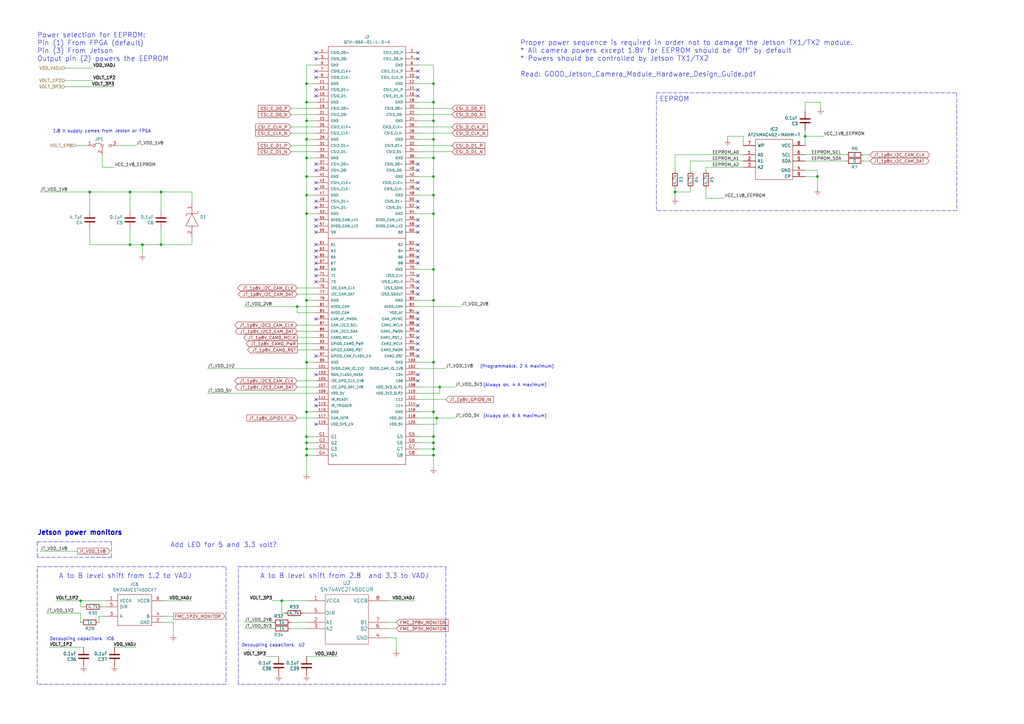
<source format=kicad_sch>
(kicad_sch (version 20211123) (generator eeschema)
  (paper "A3")
  (lib_symbols
    (symbol "FMC_MIPI_v2:AT24MAC402-MAHM-T" (pin_names (offset 0.762))
      (property "Reference" "IC" (at 21.59 7.62 0))
      (property "Value" "AT24MAC402-MAHM-T" (at 21.59 5.08 0))
      (symbol "AT24MAC402-MAHM-T_0_0"
        (pin passive line (at 0 -5.08 0) (length 5.08) (name "A0") (number "1"))
        (pin passive line (at 0 -7.62 0) (length 5.08) (name "A1") (number "2"))
        (pin passive line (at 0 -10.16 0) (length 5.08) (name "A2") (number "3"))
        (pin passive line (at 25.4 -11.43 180) (length 5.08) (name "GND") (number "4"))
        (pin passive line (at 25.4 -7.62 180) (length 5.08) (name "SDA") (number "5"))
        (pin passive line (at 25.4 -5.08 180) (length 5.08) (name "SCL") (number "6"))
        (pin passive line (at 0 -1.27 0) (length 5.08) (name "WP") (number "7"))
        (pin passive line (at 25.4 -1.27 180) (length 5.08) (name "VCC") (number "8"))
        (pin passive line (at 25.4 -13.97 180) (length 5.08) (name "EP") (number "9"))
      )
      (symbol "AT24MAC402-MAHM-T_0_1"
        (polyline (pts (xy 5.08 1.27) (xy 12.7 1.27) (xy 20.32 1.27) (xy 20.32 -15.24) (xy 5.08 -15.24) (xy 5.08 1.27)) (stroke (width 0.1524)))
      )
    )
    (symbol "FMC_MIPI_v2:C" (pin_numbers hide) (pin_names (offset 0.254))
      (property "Reference" "C" (at 0.635 2.54 0))
      (property "Value" "C" (at 0.635 -2.54 0))
      (symbol "C_0_1"
        (polyline (pts (xy -2.032 -0.762) (xy 2.032 -0.762)) (stroke (width 0.508)))
        (polyline (pts (xy -2.032 0.762) (xy 2.032 0.762)) (stroke (width 0.508)))
      )
      (symbol "C_1_1"
        (pin passive line (at 0 3.81 270) (length 2.794) (name "~") (number "1"))
        (pin passive line (at 0 -3.81 90) (length 2.794) (name "~") (number "2"))
      )
    )
    (symbol "FMC_MIPI_v2:Earth" (power) (pin_names (offset 0))
      (symbol "Earth_0_1"
        (polyline (pts (xy -0.635 -1.905) (xy 0.635 -1.905)))
        (polyline (pts (xy -0.127 -2.54) (xy 0.127 -2.54)))
        (polyline (pts (xy 0 -1.27) (xy 0 0)))
        (polyline (pts (xy 1.27 -1.27) (xy -1.27 -1.27)))
      )
      (symbol "Earth_1_1"
        (pin passive line (at 0 0 270) (length 0) hide (name "Earth") (number "1"))
      )
    )
    (symbol "FMC_MIPI_v2:Jumper_3_Bridged12-Jumper" (pin_names (offset 0) hide)
      (property "Reference" "JP1" (at -1.27 2.54 0))
      (symbol "Jumper_3_Bridged12-Jumper_0_0"
        (circle (center -3.302 0) (radius 0.508))
        (circle (center 0 0) (radius 0.508))
        (circle (center 3.302 0) (radius 0.508))
      )
      (symbol "Jumper_3_Bridged12-Jumper_0_1"
        (arc (start -0.254 0.508) (mid -1.651 0.9912) (end -3.048 0.508))
        (polyline (pts (xy 0 -1.27) (xy 0 -0.508)))
      )
      (symbol "Jumper_3_Bridged12-Jumper_1_1"
        (pin passive line (at -6.35 0 0) (length 2.54) (name "A") (number "1"))
        (pin passive line (at 0 -3.81 90) (length 2.54) (name "C") (number "2"))
        (pin passive line (at 6.35 0 180) (length 2.54) (name "B") (number "3"))
      )
    )
    (symbol "FMC_MIPI_v2:QTH-060-01-L-D-A" (pin_names (offset 1.016))
      (property "Reference" "J2" (at 6.985 82.6516 0))
      (property "Value" "QTH-060-01-L-D-A" (at 6.985 80.518 0))
      (symbol "QTH-060-01-L-D-A_1_0"
        (polyline (pts (xy -8.89 -92.71) (xy -8.89 0)))
        (polyline (pts (xy -8.89 0) (xy -8.89 78.74)))
        (polyline (pts (xy -8.89 0) (xy 22.86 0)))
        (polyline (pts (xy -8.89 78.74) (xy 22.86 78.74)))
        (polyline (pts (xy 22.86 0) (xy 22.86 -92.71)))
        (polyline (pts (xy 22.86 78.74) (xy 22.86 0)))
        (polyline (pts (xy 22.86 -92.71) (xy 5.08 -92.71) (xy -8.89 -92.71)))
      )
      (symbol "QTH-060-01-L-D-A_1_1"
        (pin input line (at -13.97 76.2 0) (length 5.08) (name "CSI0_D0+") (number "1"))
        (pin bidirectional line (at 27.94 66.04 180) (length 5.08) (name "CSI1_CLK_N") (number "10"))
        (pin bidirectional line (at 27.94 -50.8 180) (length 5.08) (name "GND") (number "100"))
        (pin power_out line (at -13.97 -53.34 0) (length 5.08) (name "DVDD_CAM_IO_1V2") (number "101"))
        (pin power_out line (at 27.94 -53.34 180) (length 5.08) (name "DVDD_CAM_IO_1V8") (number "102"))
        (pin bidirectional line (at -13.97 -55.88 0) (length 5.08) (name "SNN_FLASH_MASK") (number "103"))
        (pin bidirectional line (at 27.94 -55.88 180) (length 5.08) (name "104") (number "104"))
        (pin bidirectional line (at -13.97 -58.42 0) (length 5.08) (name "I2C_GP0_CLK_1V8") (number "105"))
        (pin bidirectional line (at 27.94 -58.42 180) (length 5.08) (name "106") (number "106"))
        (pin bidirectional line (at -13.97 -60.96 0) (length 5.08) (name "I2C_GP0_DAT_1V8") (number "107"))
        (pin bidirectional line (at 27.94 -60.96 180) (length 5.08) (name "VDD_3V3_SLP1") (number "108"))
        (pin bidirectional line (at -13.97 -63.5 0) (length 5.08) (name "VDD_5V") (number "109"))
        (pin bidirectional line (at -13.97 63.5 0) (length 5.08) (name "GND") (number "11"))
        (pin bidirectional line (at 27.94 -63.5 180) (length 5.08) (name "VDD_3V3_SLP2") (number "110"))
        (pin bidirectional line (at -13.97 -66.04 0) (length 5.08) (name "IR_READY") (number "111"))
        (pin bidirectional line (at 27.94 -66.04 180) (length 5.08) (name "112") (number "112"))
        (pin bidirectional line (at -13.97 -68.58 0) (length 5.08) (name "IR_TRIGGER") (number "113"))
        (pin bidirectional line (at 27.94 -68.58 180) (length 5.08) (name "114") (number "114"))
        (pin bidirectional line (at -13.97 -71.12 0) (length 5.08) (name "GND") (number "115"))
        (pin bidirectional line (at 27.94 -71.12 180) (length 5.08) (name "GND") (number "116"))
        (pin bidirectional line (at -13.97 -73.66 0) (length 5.08) (name "CAM_INTR") (number "117"))
        (pin bidirectional line (at 27.94 -73.66 180) (length 5.08) (name "VDD_5V") (number "118"))
        (pin bidirectional line (at -13.97 -76.2 0) (length 5.08) (name "VDD_SYS_EN") (number "119"))
        (pin bidirectional line (at 27.94 63.5 180) (length 5.08) (name "GND") (number "12"))
        (pin bidirectional line (at 27.94 -76.2 180) (length 5.08) (name "VDD_5V") (number "120"))
        (pin input line (at -13.97 60.96 0) (length 5.08) (name "CSI0_D1+") (number "13"))
        (pin bidirectional line (at 27.94 60.96 180) (length 5.08) (name "CSI1_D1_P") (number "14"))
        (pin bidirectional line (at -13.97 58.42 0) (length 5.08) (name "CSI0_D1–") (number "15"))
        (pin bidirectional line (at 27.94 58.42 180) (length 5.08) (name "CSI1_D1_N") (number "16"))
        (pin bidirectional line (at -13.97 55.88 0) (length 5.08) (name "GND") (number "17"))
        (pin bidirectional line (at 27.94 55.88 180) (length 5.08) (name "GND") (number "18"))
        (pin input line (at -13.97 53.34 0) (length 5.08) (name "CSI2_D0+") (number "19"))
        (pin bidirectional line (at 27.94 76.2 180) (length 5.08) (name "CSI1_D0_P") (number "2"))
        (pin bidirectional line (at 27.94 53.34 180) (length 5.08) (name "CSI3_D0+") (number "20"))
        (pin input line (at -13.97 50.8 0) (length 5.08) (name "CSI2_D0–") (number "21"))
        (pin bidirectional line (at 27.94 50.8 180) (length 5.08) (name "CSI3_D0–") (number "22"))
        (pin bidirectional line (at -13.97 48.26 0) (length 5.08) (name "GND") (number "23"))
        (pin bidirectional line (at 27.94 48.26 180) (length 5.08) (name "GND") (number "24"))
        (pin input line (at -13.97 45.72 0) (length 5.08) (name "CSI2_CLK+") (number "25"))
        (pin bidirectional line (at 27.94 45.72 180) (length 5.08) (name "CSI3_CLK+") (number "26"))
        (pin input line (at -13.97 43.18 0) (length 5.08) (name "CSI2_CLK–") (number "27"))
        (pin bidirectional line (at 27.94 43.18 180) (length 5.08) (name "CSI3_CLK–") (number "28"))
        (pin bidirectional line (at -13.97 40.64 0) (length 5.08) (name "GND") (number "29"))
        (pin input line (at -13.97 73.66 0) (length 5.08) (name "CSI0_D0–") (number "3"))
        (pin bidirectional line (at 27.94 40.64 180) (length 5.08) (name "GND") (number "30"))
        (pin input line (at -13.97 38.1 0) (length 5.08) (name "CSI2_D1+") (number "31"))
        (pin bidirectional line (at 27.94 38.1 180) (length 5.08) (name "CSI3_D1+") (number "32"))
        (pin input line (at -13.97 35.56 0) (length 5.08) (name "CSI2_D1–") (number "33"))
        (pin bidirectional line (at 27.94 35.56 180) (length 5.08) (name "CSI3_D1–") (number "34"))
        (pin bidirectional line (at -13.97 33.02 0) (length 5.08) (name "GND") (number "35"))
        (pin bidirectional line (at 27.94 33.02 180) (length 5.08) (name "GND") (number "36"))
        (pin input line (at -13.97 30.48 0) (length 5.08) (name "CSI4_D0+") (number "37"))
        (pin bidirectional line (at 27.94 30.48 180) (length 5.08) (name "CSI5_D0+") (number "38"))
        (pin input line (at -13.97 27.94 0) (length 5.08) (name "CSI4_D0–") (number "39"))
        (pin bidirectional line (at 27.94 73.66 180) (length 5.08) (name "CSI1_D0_N") (number "4"))
        (pin bidirectional line (at 27.94 27.94 180) (length 5.08) (name "CSI5_D0–") (number "40"))
        (pin bidirectional line (at -13.97 25.4 0) (length 5.08) (name "GND") (number "41"))
        (pin bidirectional line (at 27.94 25.4 180) (length 5.08) (name "GND") (number "42"))
        (pin input line (at -13.97 22.86 0) (length 5.08) (name "CSI4_CLK+") (number "43"))
        (pin bidirectional line (at 27.94 22.86 180) (length 5.08) (name "CSI5_CLK+") (number "44"))
        (pin input line (at -13.97 20.32 0) (length 5.08) (name "CSI4_CLK–") (number "45"))
        (pin bidirectional line (at 27.94 20.32 180) (length 5.08) (name "CSI5_CLK–") (number "46"))
        (pin bidirectional line (at -13.97 17.78 0) (length 5.08) (name "GND") (number "47"))
        (pin bidirectional line (at 27.94 17.78 180) (length 5.08) (name "GND") (number "48"))
        (pin input line (at -13.97 15.24 0) (length 5.08) (name "CSI4_D1+") (number "49"))
        (pin bidirectional line (at -13.97 71.12 0) (length 5.08) (name "GND") (number "5"))
        (pin bidirectional line (at 27.94 15.24 180) (length 5.08) (name "CSI5_D1+") (number "50"))
        (pin input line (at -13.97 12.7 0) (length 5.08) (name "CSI4_D1–") (number "51"))
        (pin bidirectional line (at 27.94 12.7 180) (length 5.08) (name "CSI5_D1–") (number "52"))
        (pin bidirectional line (at -13.97 10.16 0) (length 5.08) (name "GND") (number "53"))
        (pin bidirectional line (at 27.94 10.16 180) (length 5.08) (name "GND") (number "54"))
        (pin bidirectional line (at -13.97 7.62 0) (length 5.08) (name "DVDD_CAM_LV1") (number "55"))
        (pin bidirectional line (at 27.94 7.62 180) (length 5.08) (name "DVDD_CAM_LV1") (number "56"))
        (pin bidirectional line (at -13.97 5.08 0) (length 5.08) (name "DVDD_CAM_LV2") (number "57"))
        (pin bidirectional line (at 27.94 5.08 180) (length 5.08) (name "DVDD_CAM_LV2") (number "58"))
        (pin bidirectional line (at -13.97 2.54 0) (length 5.08) (name "59") (number "59"))
        (pin bidirectional line (at 27.94 71.12 180) (length 5.08) (name "GND") (number "6"))
        (pin bidirectional line (at 27.94 2.54 180) (length 5.08) (name "60") (number "60"))
        (pin bidirectional line (at -13.97 -2.54 0) (length 5.08) (name "61") (number "61"))
        (pin bidirectional line (at 27.94 -2.54 180) (length 5.08) (name "62") (number "62"))
        (pin bidirectional line (at -13.97 -5.08 0) (length 5.08) (name "63") (number "63"))
        (pin bidirectional line (at 27.94 -5.08 180) (length 5.08) (name "64") (number "64"))
        (pin bidirectional line (at -13.97 -7.62 0) (length 5.08) (name "65") (number "65"))
        (pin bidirectional line (at 27.94 -7.62 180) (length 5.08) (name "66") (number "66"))
        (pin bidirectional line (at -13.97 -10.16 0) (length 5.08) (name "67") (number "67"))
        (pin bidirectional line (at 27.94 -10.16 180) (length 5.08) (name "68") (number "68"))
        (pin bidirectional line (at -13.97 -12.7 0) (length 5.08) (name "69") (number "69"))
        (pin input line (at -13.97 68.58 0) (length 5.08) (name "CSI0_CLK+") (number "7"))
        (pin bidirectional line (at 27.94 -12.7 180) (length 5.08) (name "GND") (number "70"))
        (pin bidirectional line (at -13.97 -15.24 0) (length 5.08) (name "71") (number "71"))
        (pin bidirectional line (at 27.94 -15.24 180) (length 5.08) (name "I2S3_CLK") (number "72"))
        (pin bidirectional line (at -13.97 -17.78 0) (length 5.08) (name "73") (number "73"))
        (pin bidirectional line (at 27.94 -17.78 180) (length 5.08) (name "I2S3_LRCLK") (number "74"))
        (pin bidirectional line (at -13.97 -20.32 0) (length 5.08) (name "I2C_CAM_CLK") (number "75"))
        (pin input line (at 27.94 -20.32 180) (length 5.08) (name "I2S3_SDIN") (number "76"))
        (pin bidirectional line (at -13.97 -22.86 0) (length 5.08) (name "I2C_CAM_DAT") (number "77"))
        (pin bidirectional line (at 27.94 -22.86 180) (length 5.08) (name "I2S3_SDOUT") (number "78"))
        (pin bidirectional line (at -13.97 -25.4 0) (length 5.08) (name "GND") (number "79"))
        (pin bidirectional line (at 27.94 68.58 180) (length 5.08) (name "CSI1_CLK_P") (number "8"))
        (pin bidirectional line (at 27.94 -25.4 180) (length 5.08) (name "GND") (number "80"))
        (pin passive line (at -13.97 -27.94 0) (length 5.08) (name "AVDD_CAM") (number "81"))
        (pin passive line (at 27.94 -27.94 180) (length 5.08) (name "AVDD_CAM") (number "82"))
        (pin passive line (at -13.97 -30.48 0) (length 5.08) (name "AVDD_CAM") (number "83"))
        (pin bidirectional line (at 27.94 -30.48 180) (length 5.08) (name "VDD_AF") (number "84"))
        (pin bidirectional line (at -13.97 -33.02 0) (length 5.08) (name "CAM_AF_PWDN") (number "85"))
        (pin output line (at 27.94 -33.02 180) (length 5.08) (name "CAM_VSYNC") (number "86"))
        (pin bidirectional line (at -13.97 -35.56 0) (length 5.08) (name "CAM_I2C2_SCL") (number "87"))
        (pin output line (at 27.94 -35.56 180) (length 5.08) (name "CAM1_MCLK") (number "88"))
        (pin bidirectional line (at -13.97 -38.1 0) (length 5.08) (name "CAM_I2C2_SDA") (number "89"))
        (pin input line (at -13.97 66.04 0) (length 5.08) (name "CSI0_CLK–") (number "9"))
        (pin output line (at 27.94 -38.1 180) (length 5.08) (name "CAM1_PWDN") (number "90"))
        (pin output line (at -13.97 -40.64 0) (length 5.08) (name "CAM0_MCLK") (number "91"))
        (pin output line (at 27.94 -40.64 180) (length 5.08) (name "CAM1_RST_L") (number "92"))
        (pin output line (at -13.97 -43.18 0) (length 5.08) (name "GPIO0_CAM0_PWR") (number "93"))
        (pin output line (at 27.94 -43.18 180) (length 5.08) (name "CAM2_MCLK") (number "94"))
        (pin output line (at -13.97 -45.72 0) (length 5.08) (name "GPIO2_CAM0_RST") (number "95"))
        (pin output line (at 27.94 -45.72 180) (length 5.08) (name "CAM2_PWDN") (number "96"))
        (pin output line (at -13.97 -48.26 0) (length 5.08) (name "GPIO5_CAM_FLASH_EN") (number "97"))
        (pin output line (at 27.94 -48.26 180) (length 5.08) (name "CAM2_RST") (number "98"))
        (pin bidirectional line (at -13.97 -50.8 0) (length 5.08) (name "GND") (number "99"))
        (pin bidirectional line (at -13.97 -81.28 0) (length 5.08) (name "G1") (number "G1"))
        (pin bidirectional line (at -13.97 -83.82 0) (length 5.08) (name "G2") (number "G2"))
        (pin bidirectional line (at -13.97 -86.36 0) (length 5.08) (name "G3") (number "G3"))
        (pin bidirectional line (at -13.97 -88.9 0) (length 5.08) (name "G4") (number "G4"))
        (pin bidirectional line (at 27.94 -81.28 180) (length 5.08) (name "G5") (number "G5"))
        (pin bidirectional line (at 27.94 -83.82 180) (length 5.08) (name "G6") (number "G6"))
        (pin bidirectional line (at 27.94 -86.36 180) (length 5.08) (name "G7") (number "G7"))
        (pin bidirectional line (at 27.94 -88.9 180) (length 5.08) (name "G8") (number "G8"))
      )
    )
    (symbol "FMC_MIPI_v2:R" (pin_numbers hide) (pin_names (offset 0))
      (property "Reference" "R" (at 2.032 0 90))
      (property "Value" "R" (at 0 0 90))
      (symbol "R_0_1"
        (rectangle (start -1.016 -2.54) (end 1.016 2.54) (stroke (width 0.254)))
      )
      (symbol "R_1_1"
        (pin passive line (at 0 3.81 270) (length 1.27) (name "~") (number "1"))
        (pin passive line (at 0 -3.81 90) (length 1.27) (name "~") (number "2"))
      )
    )
    (symbol "FMC_MIPI_v2:SN74AVC1T45DCKT" (pin_names (offset 0.762))
      (property "Reference" "IC" (at 24.13 7.62 0))
      (property "Value" "SN74AVC1T45DCKT" (at 24.13 5.08 0))
      (symbol "SN74AVC1T45DCKT_0_0"
        (pin passive line (at 3.81 0 0) (length 5.08) (name "VCCA") (number "1"))
        (pin passive line (at 27.94 -8.89 180) (length 5.08) (name "GND") (number "2"))
        (pin passive line (at 3.81 -6.35 0) (length 5.08) (name "A") (number "3"))
        (pin passive line (at 27.94 -6.35 180) (length 5.08) (name "B") (number "4"))
        (pin passive line (at 3.81 -2.54 0) (length 5.08) (name "DIR") (number "5"))
        (pin passive line (at 27.94 0 180) (length 5.08) (name "VCCB") (number "6"))
      )
      (symbol "SN74AVC1T45DCKT_0_1"
        (polyline (pts (xy 8.89 2.54) (xy 22.86 2.54) (xy 22.86 -10.16) (xy 15.24 -10.16) (xy 8.89 -10.16) (xy 8.89 2.54)) (stroke (width 0.1524)))
      )
    )
    (symbol "FMC_MIPI_v2:SN74AVC2T45DCUR" (pin_names (offset 0.254))
      (property "Reference" "U" (at 16.51 10.16 0))
      (property "Value" "SN74AVC2T45DCUR" (at 16.51 7.62 0))
      (symbol "SN74AVC2T45DCUR_1_1"
        (polyline (pts (xy 7.62 -15.24) (xy 25.4 -15.24)) (stroke (width 0.127)))
        (polyline (pts (xy 7.62 5.08) (xy 7.62 -15.24)) (stroke (width 0.127)))
        (polyline (pts (xy 25.4 -15.24) (xy 25.4 5.08)) (stroke (width 0.127)))
        (polyline (pts (xy 25.4 5.08) (xy 7.62 5.08)) (stroke (width 0.127)))
        (pin power_in line (at 0 2.54 0) (length 7.62) (name "VCCA") (number "1"))
        (pin bidirectional line (at 0 -6.35 0) (length 7.62) (name "A1") (number "2"))
        (pin bidirectional line (at 0 -8.89 0) (length 7.62) (name "A2") (number "3"))
        (pin passive line (at 33.02 -12.7 180) (length 7.62) (name "GND") (number "4"))
        (pin input line (at 0 -2.54 0) (length 7.62) (name "DIR") (number "5"))
        (pin bidirectional line (at 33.02 -8.89 180) (length 7.62) (name "B2") (number "6"))
        (pin bidirectional line (at 33.02 -6.35 180) (length 7.62) (name "B1") (number "7"))
        (pin power_in line (at 33.02 2.54 180) (length 7.62) (name "VCCB") (number "8"))
      )
    )
    (symbol "FMC_MIPI_v2:UCLAMP0501H.TCT" (pin_names (offset 0.762))
      (property "Reference" "D" (at 10.16 8.89 0))
      (property "Value" "UCLAMP0501H.TCT" (at 10.16 6.35 0))
      (symbol "UCLAMP0501H.TCT_0_0"
        (pin passive line (at 0 0 0) (length 5.08) (name "~") (number "1"))
        (pin passive line (at 15.24 0 180) (length 5.08) (name "~") (number "2"))
      )
      (symbol "UCLAMP0501H.TCT_0_1"
        (polyline (pts (xy 4.064 2.54) (xy 5.08 2.032)) (stroke (width 0.1524)))
        (polyline (pts (xy 5.08 -2.032) (xy 5.08 2.032)) (stroke (width 0.1524)))
        (polyline (pts (xy 5.08 -2.032) (xy 6.096 -2.54)) (stroke (width 0.1524)))
        (polyline (pts (xy 5.08 0) (xy 10.16 2.54) (xy 10.16 -2.54) (xy 5.08 0)) (stroke (width 0.1524)))
      )
    )
  )
  (junction (at 125.73 72.39))
  (junction (at 177.8 34.29))
  (junction (at 125.73 168.91))
  (junction (at 125.73 186.69))
  (junction (at 125.73 123.19))
  (junction (at 177.8 87.63))
  (junction (at 66.04 100.33))
  (junction (at 125.73 179.07))
  (junction (at 330.2 55.88))
  (junction (at 115.57 246.38))
  (junction (at 180.34 158.75))
  (junction (at 66.04 78.74))
  (junction (at 335.28 72.39))
  (junction (at 125.73 184.15))
  (junction (at 125.73 34.29))
  (junction (at 125.73 87.63))
  (junction (at 125.73 57.15))
  (junction (at 177.8 123.19))
  (junction (at 177.8 41.91))
  (junction (at 125.73 148.59))
  (junction (at 121.92 125.73))
  (junction (at 36.83 78.74))
  (junction (at 125.73 41.91))
  (junction (at 177.8 64.77))
  (junction (at 177.8 148.59))
  (junction (at 177.8 181.61))
  (junction (at 177.8 72.39))
  (junction (at 179.07 171.45))
  (junction (at 177.8 80.01))
  (junction (at 125.73 64.77))
  (junction (at 53.34 78.74))
  (junction (at 177.8 186.69))
  (junction (at 125.73 80.01))
  (junction (at 125.73 49.53))
  (junction (at 33.02 246.38))
  (junction (at 177.8 184.15))
  (junction (at 53.34 100.33))
  (junction (at 177.8 49.53))
  (junction (at 125.73 181.61))
  (junction (at 177.8 179.07))
  (junction (at 58.42 100.33))
  (junction (at 177.8 57.15))
  (junction (at 177.8 110.49))
  (junction (at 276.86 78.74))
  (junction (at 177.8 168.91))
  (no_connect (at 171.45 120.65))
  (no_connect (at 129.54 92.71))
  (no_connect (at 171.45 90.17))
  (no_connect (at 129.54 105.41))
  (no_connect (at 129.54 115.57))
  (no_connect (at 171.45 133.35))
  (no_connect (at 171.45 39.37))
  (no_connect (at 171.45 113.03))
  (no_connect (at 129.54 95.25))
  (no_connect (at 129.54 39.37))
  (no_connect (at 129.54 90.17))
  (no_connect (at 171.45 69.85))
  (no_connect (at 171.45 105.41))
  (no_connect (at 129.54 100.33))
  (no_connect (at 171.45 82.55))
  (no_connect (at 171.45 85.09))
  (no_connect (at 171.45 140.97))
  (no_connect (at 171.45 130.81))
  (no_connect (at 171.45 77.47))
  (no_connect (at 171.45 31.75))
  (no_connect (at 129.54 29.21))
  (no_connect (at 171.45 29.21))
  (no_connect (at 129.54 130.81))
  (no_connect (at 129.54 69.85))
  (no_connect (at 171.45 74.93))
  (no_connect (at 171.45 166.37))
  (no_connect (at 171.45 143.51))
  (no_connect (at 129.54 102.87))
  (no_connect (at 171.45 95.25))
  (no_connect (at 129.54 85.09))
  (no_connect (at 129.54 173.99))
  (no_connect (at 129.54 146.05))
  (no_connect (at 171.45 107.95))
  (no_connect (at 171.45 135.89))
  (no_connect (at 171.45 138.43))
  (no_connect (at 129.54 24.13))
  (no_connect (at 171.45 118.11))
  (no_connect (at 129.54 21.59))
  (no_connect (at 171.45 100.33))
  (no_connect (at 129.54 153.67))
  (no_connect (at 129.54 166.37))
  (no_connect (at 171.45 21.59))
  (no_connect (at 129.54 67.31))
  (no_connect (at 171.45 24.13))
  (no_connect (at 171.45 92.71))
  (no_connect (at 171.45 67.31))
  (no_connect (at 129.54 163.83))
  (no_connect (at 171.45 146.05))
  (no_connect (at 129.54 107.95))
  (no_connect (at 129.54 110.49))
  (no_connect (at 171.45 128.27))
  (no_connect (at 129.54 113.03))
  (no_connect (at 171.45 115.57))
  (no_connect (at 171.45 36.83))
  (no_connect (at 171.45 156.21))
  (no_connect (at 171.45 102.87))
  (no_connect (at 129.54 82.55))
  (no_connect (at 129.54 77.47))
  (no_connect (at 129.54 31.75))
  (no_connect (at 171.45 153.67))
  (no_connect (at 129.54 36.83))
  (no_connect (at 129.54 74.93))
  (wire (pts (xy 55.88 265.43) (xy 46.99 265.43)))
  (wire (pts (xy 330.2 55.88) (xy 337.82 55.88)))
  (wire (pts (xy 48.26 59.69) (xy 55.88 59.69)))
  (wire (pts (xy 129.54 80.01) (xy 125.73 80.01)))
  (wire (pts (xy 125.73 184.15) (xy 129.54 184.15)))
  (wire (pts (xy 129.54 64.77) (xy 125.73 64.77)))
  (wire (pts (xy 171.45 41.91) (xy 177.8 41.91)))
  (wire (pts (xy 330.2 59.69) (xy 330.2 55.88)))
  (wire (pts (xy 125.73 26.67) (xy 125.73 34.29)))
  (polyline (pts (xy 97.79 232.41) (xy 182.88 232.41)))
  (wire (pts (xy 129.54 161.29) (xy 85.09 161.29)))
  (wire (pts (xy 177.8 123.19) (xy 177.8 148.59)))
  (wire (pts (xy 66.04 93.98) (xy 66.04 100.33)))
  (wire (pts (xy 119.38 257.81) (xy 125.73 257.81)))
  (polyline (pts (xy 15.24 222.25) (xy 45.72 222.25)))
  (wire (pts (xy 36.83 86.36) (xy 36.83 78.74)))
  (wire (pts (xy 304.8 66.04) (xy 283.21 66.04)))
  (wire (pts (xy 177.8 110.49) (xy 177.8 123.19)))
  (wire (pts (xy 171.45 184.15) (xy 177.8 184.15)))
  (wire (pts (xy 171.45 72.39) (xy 177.8 72.39)))
  (wire (pts (xy 171.45 179.07) (xy 177.8 179.07)))
  (wire (pts (xy 304.8 63.5) (xy 276.86 63.5)))
  (wire (pts (xy 289.56 77.47) (xy 289.56 81.28)))
  (wire (pts (xy 356.87 63.5) (xy 354.33 63.5)))
  (wire (pts (xy 177.8 41.91) (xy 177.8 49.53)))
  (wire (pts (xy 276.86 78.74) (xy 283.21 78.74)))
  (wire (pts (xy 177.8 184.15) (xy 177.8 186.69)))
  (wire (pts (xy 129.54 118.11) (xy 121.92 118.11)))
  (wire (pts (xy 330.2 53.34) (xy 330.2 55.88)))
  (wire (pts (xy 125.73 181.61) (xy 125.73 184.15)))
  (wire (pts (xy 78.74 100.33) (xy 78.74 97.79)))
  (wire (pts (xy 171.45 26.67) (xy 177.8 26.67)))
  (wire (pts (xy 158.75 246.38) (xy 170.18 246.38)))
  (wire (pts (xy 179.07 171.45) (xy 171.45 171.45)))
  (wire (pts (xy 158.75 257.81) (xy 162.56 257.81)))
  (wire (pts (xy 129.54 125.73) (xy 121.92 125.73)))
  (wire (pts (xy 129.54 148.59) (xy 125.73 148.59)))
  (wire (pts (xy 67.31 255.27) (xy 71.12 255.27)))
  (wire (pts (xy 129.54 87.63) (xy 125.73 87.63)))
  (wire (pts (xy 335.28 69.85) (xy 335.28 72.39)))
  (wire (pts (xy 180.34 158.75) (xy 186.69 158.75)))
  (wire (pts (xy 171.45 186.69) (xy 177.8 186.69)))
  (wire (pts (xy 33.02 248.92) (xy 33.02 246.38)))
  (wire (pts (xy 116.84 251.46) (xy 115.57 251.46)))
  (wire (pts (xy 124.46 251.46) (xy 125.73 251.46)))
  (wire (pts (xy 100.33 257.81) (xy 111.76 257.81)))
  (wire (pts (xy 335.28 72.39) (xy 335.28 77.47)))
  (wire (pts (xy 36.83 100.33) (xy 53.34 100.33)))
  (wire (pts (xy 129.54 72.39) (xy 125.73 72.39)))
  (wire (pts (xy 171.45 87.63) (xy 177.8 87.63)))
  (wire (pts (xy 283.21 66.04) (xy 283.21 69.85)))
  (wire (pts (xy 58.42 100.33) (xy 66.04 100.33)))
  (wire (pts (xy 171.45 168.91) (xy 177.8 168.91)))
  (wire (pts (xy 129.54 179.07) (xy 125.73 179.07)))
  (wire (pts (xy 138.43 269.24) (xy 125.73 269.24)))
  (wire (pts (xy 171.45 57.15) (xy 177.8 57.15)))
  (polyline (pts (xy 182.88 280.67) (xy 97.79 280.67)))
  (wire (pts (xy 171.45 49.53) (xy 177.8 49.53)))
  (wire (pts (xy 283.21 78.74) (xy 283.21 77.47)))
  (wire (pts (xy 171.45 181.61) (xy 177.8 181.61)))
  (wire (pts (xy 111.76 246.38) (xy 115.57 246.38)))
  (polyline (pts (xy 92.71 232.41) (xy 92.71 280.67)))
  (wire (pts (xy 171.45 46.99) (xy 185.42 46.99)))
  (wire (pts (xy 67.31 252.73) (xy 71.12 252.73)))
  (wire (pts (xy 171.45 110.49) (xy 177.8 110.49)))
  (wire (pts (xy 33.02 251.46) (xy 33.02 255.27)))
  (wire (pts (xy 36.83 78.74) (xy 53.34 78.74)))
  (wire (pts (xy 34.29 248.92) (xy 33.02 248.92)))
  (wire (pts (xy 46.99 35.56) (xy 26.67 35.56)))
  (polyline (pts (xy 15.24 280.67) (xy 15.24 232.41)))
  (wire (pts (xy 330.2 66.04) (xy 346.71 66.04)))
  (wire (pts (xy 125.73 186.69) (xy 125.73 194.31)))
  (wire (pts (xy 158.75 255.27) (xy 162.56 255.27)))
  (wire (pts (xy 171.45 52.07) (xy 185.42 52.07)))
  (wire (pts (xy 129.54 135.89) (xy 121.92 135.89)))
  (wire (pts (xy 298.45 57.15) (xy 298.45 55.88)))
  (wire (pts (xy 125.73 34.29) (xy 129.54 34.29)))
  (polyline (pts (xy 45.72 228.6) (xy 15.24 228.6)))
  (wire (pts (xy 125.73 168.91) (xy 125.73 179.07)))
  (polyline (pts (xy 182.88 232.41) (xy 182.88 280.67)))
  (wire (pts (xy 66.04 86.36) (xy 66.04 78.74)))
  (wire (pts (xy 304.8 55.88) (xy 304.8 59.69)))
  (wire (pts (xy 129.54 120.65) (xy 121.92 120.65)))
  (wire (pts (xy 289.56 68.58) (xy 289.56 69.85)))
  (wire (pts (xy 125.73 186.69) (xy 129.54 186.69)))
  (wire (pts (xy 336.55 41.91) (xy 330.2 41.91)))
  (wire (pts (xy 330.2 72.39) (xy 335.28 72.39)))
  (wire (pts (xy 121.92 125.73) (xy 100.33 125.73)))
  (wire (pts (xy 66.04 78.74) (xy 78.74 78.74)))
  (wire (pts (xy 177.8 87.63) (xy 177.8 110.49)))
  (wire (pts (xy 125.73 64.77) (xy 125.73 72.39)))
  (wire (pts (xy 119.38 255.27) (xy 125.73 255.27)))
  (wire (pts (xy 16.51 226.06) (xy 31.75 226.06)))
  (wire (pts (xy 129.54 62.23) (xy 119.38 62.23)))
  (wire (pts (xy 177.8 57.15) (xy 177.8 64.77)))
  (polyline (pts (xy 97.79 280.67) (xy 97.79 232.41)))
  (wire (pts (xy 36.83 93.98) (xy 36.83 100.33)))
  (wire (pts (xy 177.8 72.39) (xy 177.8 80.01)))
  (wire (pts (xy 177.8 186.69) (xy 177.8 191.77)))
  (wire (pts (xy 171.45 151.13) (xy 182.88 151.13)))
  (polyline (pts (xy 392.43 38.1) (xy 392.43 86.36)))
  (wire (pts (xy 171.45 59.69) (xy 185.42 59.69)))
  (wire (pts (xy 336.55 44.45) (xy 336.55 41.91)))
  (wire (pts (xy 125.73 34.29) (xy 125.73 41.91)))
  (wire (pts (xy 171.45 123.19) (xy 177.8 123.19)))
  (wire (pts (xy 171.45 163.83) (xy 182.88 163.83)))
  (wire (pts (xy 180.34 161.29) (xy 180.34 158.75)))
  (wire (pts (xy 19.05 251.46) (xy 33.02 251.46)))
  (wire (pts (xy 330.2 69.85) (xy 335.28 69.85)))
  (wire (pts (xy 16.51 78.74) (xy 36.83 78.74)))
  (wire (pts (xy 53.34 100.33) (xy 58.42 100.33)))
  (wire (pts (xy 177.8 64.77) (xy 177.8 72.39)))
  (wire (pts (xy 53.34 86.36) (xy 53.34 78.74)))
  (wire (pts (xy 22.86 246.38) (xy 33.02 246.38)))
  (wire (pts (xy 276.86 78.74) (xy 276.86 81.28)))
  (wire (pts (xy 171.45 173.99) (xy 179.07 173.99)))
  (wire (pts (xy 125.73 181.61) (xy 129.54 181.61)))
  (wire (pts (xy 129.54 158.75) (xy 121.92 158.75)))
  (wire (pts (xy 171.45 148.59) (xy 177.8 148.59)))
  (wire (pts (xy 125.73 148.59) (xy 125.73 168.91)))
  (wire (pts (xy 177.8 80.01) (xy 177.8 87.63)))
  (wire (pts (xy 26.67 33.02) (xy 38.1 33.02)))
  (wire (pts (xy 125.73 57.15) (xy 125.73 64.77)))
  (wire (pts (xy 276.86 63.5) (xy 276.86 69.85)))
  (wire (pts (xy 171.45 161.29) (xy 180.34 161.29)))
  (polyline (pts (xy 15.24 228.6) (xy 15.24 222.25)))
  (polyline (pts (xy 45.72 222.25) (xy 45.72 228.6)))
  (wire (pts (xy 125.73 123.19) (xy 125.73 148.59)))
  (wire (pts (xy 125.73 49.53) (xy 125.73 57.15)))
  (wire (pts (xy 276.86 77.47) (xy 276.86 78.74)))
  (wire (pts (xy 121.92 128.27) (xy 121.92 125.73)))
  (wire (pts (xy 171.45 62.23) (xy 185.42 62.23)))
  (wire (pts (xy 71.12 255.27) (xy 71.12 260.35)))
  (wire (pts (xy 171.45 125.73) (xy 189.23 125.73)))
  (polyline (pts (xy 269.24 38.1) (xy 392.43 38.1)))
  (wire (pts (xy 129.54 123.19) (xy 125.73 123.19)))
  (wire (pts (xy 171.45 44.45) (xy 185.42 44.45)))
  (wire (pts (xy 125.73 41.91) (xy 125.73 49.53)))
  (wire (pts (xy 171.45 34.29) (xy 177.8 34.29)))
  (polyline (pts (xy 392.43 86.36) (xy 269.24 86.36)))
  (polyline (pts (xy 269.24 86.36) (xy 269.24 38.1)))
  (wire (pts (xy 125.73 184.15) (xy 125.73 186.69)))
  (wire (pts (xy 129.54 143.51) (xy 121.92 143.51)))
  (wire (pts (xy 40.64 252.73) (xy 43.18 252.73)))
  (wire (pts (xy 41.91 68.58) (xy 46.99 68.58)))
  (wire (pts (xy 179.07 173.99) (xy 179.07 171.45)))
  (wire (pts (xy 177.8 168.91) (xy 177.8 179.07)))
  (wire (pts (xy 304.8 68.58) (xy 289.56 68.58)))
  (wire (pts (xy 41.91 248.92) (xy 43.18 248.92)))
  (wire (pts (xy 171.45 54.61) (xy 185.42 54.61)))
  (wire (pts (xy 330.2 63.5) (xy 346.71 63.5)))
  (wire (pts (xy 67.31 246.38) (xy 78.74 246.38)))
  (wire (pts (xy 121.92 171.45) (xy 129.54 171.45)))
  (wire (pts (xy 177.8 34.29) (xy 177.8 41.91)))
  (wire (pts (xy 53.34 93.98) (xy 53.34 100.33)))
  (wire (pts (xy 58.42 104.14) (xy 58.42 100.33)))
  (wire (pts (xy 162.56 261.62) (xy 162.56 266.7)))
  (wire (pts (xy 125.73 179.07) (xy 125.73 181.61)))
  (wire (pts (xy 129.54 57.15) (xy 125.73 57.15)))
  (wire (pts (xy 109.22 269.24) (xy 114.3 269.24)))
  (wire (pts (xy 330.2 45.72) (xy 330.2 41.91)))
  (wire (pts (xy 177.8 26.67) (xy 177.8 34.29)))
  (wire (pts (xy 171.45 64.77) (xy 177.8 64.77)))
  (wire (pts (xy 53.34 78.74) (xy 66.04 78.74)))
  (wire (pts (xy 289.56 81.28) (xy 297.18 81.28)))
  (wire (pts (xy 177.8 49.53) (xy 177.8 57.15)))
  (wire (pts (xy 129.54 156.21) (xy 121.92 156.21)))
  (wire (pts (xy 125.73 72.39) (xy 125.73 80.01)))
  (wire (pts (xy 129.54 128.27) (xy 121.92 128.27)))
  (wire (pts (xy 298.45 55.88) (xy 304.8 55.88)))
  (wire (pts (xy 33.02 246.38) (xy 43.18 246.38)))
  (wire (pts (xy 26.67 27.94) (xy 38.1 27.94)))
  (wire (pts (xy 129.54 138.43) (xy 121.92 138.43)))
  (polyline (pts (xy 15.24 232.41) (xy 92.71 232.41)))
  (wire (pts (xy 129.54 52.07) (xy 119.38 52.07)))
  (wire (pts (xy 179.07 171.45) (xy 186.69 171.45)))
  (wire (pts (xy 129.54 151.13) (xy 85.09 151.13)))
  (wire (pts (xy 31.115 59.69) (xy 35.56 59.69)))
  (wire (pts (xy 129.54 46.99) (xy 119.38 46.99)))
  (wire (pts (xy 129.54 168.91) (xy 125.73 168.91)))
  (wire (pts (xy 177.8 148.59) (xy 177.8 168.91)))
  (wire (pts (xy 115.57 251.46) (xy 115.57 246.38)))
  (wire (pts (xy 129.54 26.67) (xy 125.73 26.67)))
  (wire (pts (xy 40.64 255.27) (xy 40.64 252.73)))
  (wire (pts (xy 129.54 140.97) (xy 121.92 140.97)))
  (wire (pts (xy 158.75 261.62) (xy 162.56 261.62)))
  (wire (pts (xy 100.33 255.27) (xy 111.76 255.27)))
  (wire (pts (xy 356.87 66.04) (xy 354.33 66.04)))
  (wire (pts (xy 129.54 44.45) (xy 119.38 44.45)))
  (wire (pts (xy 129.54 59.69) (xy 119.38 59.69)))
  (wire (pts (xy 171.45 80.01) (xy 177.8 80.01)))
  (wire (pts (xy 115.57 246.38) (xy 125.73 246.38)))
  (polyline (pts (xy 92.71 280.67) (xy 15.24 280.67)))
  (wire (pts (xy 125.73 80.01) (xy 125.73 87.63)))
  (wire (pts (xy 125.73 49.53) (xy 129.54 49.53)))
  (wire (pts (xy 177.8 179.07) (xy 177.8 181.61)))
  (wire (pts (xy 129.54 54.61) (xy 119.38 54.61)))
  (wire (pts (xy 78.74 78.74) (xy 78.74 82.55)))
  (wire (pts (xy 125.73 41.91) (xy 129.54 41.91)))
  (wire (pts (xy 41.91 63.5) (xy 41.91 68.58)))
  (wire (pts (xy 177.8 181.61) (xy 177.8 184.15)))
  (wire (pts (xy 66.04 100.33) (xy 78.74 100.33)))
  (wire (pts (xy 125.73 87.63) (xy 125.73 123.19)))
  (wire (pts (xy 129.54 133.35) (xy 121.92 133.35)))
  (wire (pts (xy 180.34 158.75) (xy 171.45 158.75)))
  (wire (pts (xy 20.32 265.43) (xy 34.29 265.43)))
  (text "EEPROM" (at 270.51 41.91 0) (effects (font (size 2.0066 2.0066)) (justify left bottom)))
  (text "Jetson power monitors" (at 15.24 219.71 0) (effects (font (size 2.0066 2.0066) (thickness 0.4013) bold) (justify left bottom)))
  (text "Decoupling capacitors  IC6" (at 20.32 262.89 0) (effects (font (size 1.27 1.27)) (justify left bottom)))
  (text "Decoupling capacitors  U2" (at 99.06 265.43 0) (effects (font (size 1.27 1.27)) (justify left bottom)))
  (text "Add LED for 5 and 3.3 volt?" (at 69.85 224.79 0) (effects (font (size 2.0066 2.0066)) (justify left bottom)))
  (text "(Programmable, 2 A maximum)" (at 196.85 151.13 0) (effects (font (size 1.27 1.27)) (justify left bottom)))
  (text "(Always on, 4 A maximum)" (at 198.12 158.75 0) (effects (font (size 1.27 1.27)) (justify left bottom)))
  (text "Power selection for EEPROM:\nPin (1) From FPGA (default)\nPin (3) From Jetson\nOutput pin (2) powers the EEPROM\n" (at 15.24 25.4 0) (effects (font (size 2.0066 2.0066)) (justify left bottom)))
  (text "A to B level shift from 2.8  and 3.3 to VADJ " (at 106.68 237.49 0) (effects (font (size 2.0066 2.0066)) (justify left bottom)))
  (text "Proper power sequence is required in order not to damage the Jetson TX1/TX2 module.\n* All camera powers except 1.8V for EEPROM should be ‘Off’ by default\n* Powers should be controlled by Jetson TX1/TX2\n\nRead: GOOD_Jetson_Camera_Module_Hardware_Design_Guide.pdf" (at 213.36 31.75 0) (effects (font (size 2.0066 2.0066)) (justify left bottom)))
  (text "A to B level shift from 1.2 to VADJ " (at 24.13 237.49 0) (effects (font (size 2.0066 2.0066)) (justify left bottom)))
  (text "1.8 V supply comes from Jeston or FPGA" (at 21.59 54.61 0) (effects (font (size 1.27 1.27)) (justify left bottom)))
  (text "(Always on, 6 A maximum)" (at 198.12 171.45 0) (effects (font (size 1.27 1.27)) (justify left bottom)))
  (label "JT_VDD_5V" (at 85.09 161.29 0))
  (label "JT_VDD_3V3" (at 100.33 257.81 0))
  (label "JT_VDD_1V2" (at 19.05 251.46 0))
  (label "VCC_1V8_EEPROM" (at 337.82 55.88 0))
  (label "JT_VDD_1V8" (at 16.51 78.74 0))
  (label "VDD_VADJ" (at 138.43 269.24 180) (effects (font (thickness 0.254) bold)))
  (label "JT_VDD_1V8" (at 16.51 226.06 0))
  (label "VOLT_1P2" (at 38.1 33.02 0) (effects (font (thickness 0.254) bold)))
  (label "JT_VDD_2V8" (at 100.33 255.27 0))
  (label "VOLT_3P3" (at 46.99 35.56 180) (effects (font (thickness 0.254) bold)))
  (label "EEPROM_A2" (at 292.1 68.58 0))
  (label "JT_VDD_1V8" (at 182.88 151.13 0))
  (label "VCC_1V8_EEPROM" (at 297.18 81.28 0))
  (label "EEPROM_A0" (at 292.1 63.5 0))
  (label "EEPROM_A1" (at 292.1 66.04 0))
  (label "EEPROM_SCL" (at 332.74 63.5 0))
  (label "VOLT_1P2" (at 22.86 246.38 0) (effects (font (thickness 0.254) bold)))
  (label "JT_VDD_3V3" (at 186.69 158.75 0))
  (label "VDD_VADJ" (at 38.1 27.94 0) (effects (font (thickness 0.254) bold)))
  (label "JT_VDD_2V8" (at 189.23 125.73 0))
  (label "VDD_VADJ" (at 170.18 246.38 180) (effects (font (thickness 0.254) bold)))
  (label "VOLT_3P3" (at 111.76 246.38 180) (effects (font (thickness 0.254) bold)))
  (label "VOLT_3P3" (at 109.22 269.24 180) (effects (font (thickness 0.254) bold)))
  (label "VDD_VADJ" (at 55.88 265.43 180) (effects (font (thickness 0.254) bold)))
  (label "JT_VDD_1V2" (at 85.09 151.13 0))
  (label "EEPROM_SDA" (at 332.74 66.04 0))
  (label "VDD_VADJ" (at 78.74 246.38 180) (effects (font (thickness 0.254) bold)))
  (label "VCC_1V8_EEPROM" (at 46.99 68.58 0))
  (label "VOLT_1P2" (at 20.32 265.43 0) (effects (font (thickness 0.254) bold)))
  (label "JT_VDD_1V8" (at 55.88 59.69 0))
  (label "JT_VDD_2V8" (at 100.33 125.73 0))
  (label "JT_VDD_5V" (at 186.69 171.45 0))
  (global_label "CSI_D_D0_P" (shape input) (at 185.42 44.45 0) (property "Intersheet References" "${INTERSHEET_REFS}" (effects hide)))
  (global_label "JT_1p8V_CAM0_RST" (shape output) (at 121.92 143.51 180) (property "Intersheet References" "${INTERSHEET_REFS}" (effects hide)))
  (global_label "CSI_D_D1_N" (shape input) (at 185.42 62.23 0) (property "Intersheet References" "${INTERSHEET_REFS}" (effects hide)))
  (global_label "CSI_C_CLK_P" (shape input) (at 119.38 52.07 180) (property "Intersheet References" "${INTERSHEET_REFS}" (effects hide)))
  (global_label "JT_VDD_1V8" (shape output) (at 31.75 226.06 0) (property "Intersheet References" "${INTERSHEET_REFS}" (effects hide)))
  (global_label "JT_1p8V_CAM0_MCLK" (shape output) (at 121.92 138.43 180) (property "Intersheet References" "${INTERSHEET_REFS}" (effects hide)))
  (global_label "FMC_3P3V_MONITOR" (shape input) (at 162.56 257.81 0) (property "Intersheet References" "${INTERSHEET_REFS}" (effects hide)))
  (global_label "JT_1p8V_I2C3_CAM_DAT" (shape bidirectional) (at 121.92 158.75 180) (property "Intersheet References" "${INTERSHEET_REFS}" (effects hide)))
  (global_label "CSI_C_D1_N" (shape input) (at 119.38 62.23 180) (property "Intersheet References" "${INTERSHEET_REFS}" (effects hide)))
  (global_label "JT_1p8V_I2C_CAM_DAT" (shape bidirectional) (at 356.87 66.04 0) (property "Intersheet References" "${INTERSHEET_REFS}" (effects hide)))
  (global_label "JT_1p8V_GPIO17_IN" (shape input) (at 121.92 171.45 180) (property "Intersheet References" "${INTERSHEET_REFS}" (effects hide)))
  (global_label "CSI_C_D0_N" (shape input) (at 119.38 46.99 180) (property "Intersheet References" "${INTERSHEET_REFS}" (effects hide)))
  (global_label "JT_1p8V_I2C2_CAM_DAT" (shape bidirectional) (at 121.92 135.89 180) (property "Intersheet References" "${INTERSHEET_REFS}" (effects hide)))
  (global_label "JT_1p8V_CAM0_PWR" (shape output) (at 121.92 140.97 180) (property "Intersheet References" "${INTERSHEET_REFS}" (effects hide)))
  (global_label "JT_1p8V_I2C2_CAM_CLK" (shape bidirectional) (at 121.92 133.35 180) (property "Intersheet References" "${INTERSHEET_REFS}" (effects hide)))
  (global_label "JT_1p8V_I2C_CAM_CLK" (shape bidirectional) (at 121.92 118.11 180) (property "Intersheet References" "${INTERSHEET_REFS}" (effects hide)))
  (global_label "CSI_D_D1_P" (shape input) (at 185.42 59.69 0) (property "Intersheet References" "${INTERSHEET_REFS}" (effects hide)))
  (global_label "CSI_D_D0_N" (shape input) (at 185.42 46.99 0) (property "Intersheet References" "${INTERSHEET_REFS}" (effects hide)))
  (global_label "FMC_2P8V_MONITOR" (shape input) (at 162.56 255.27 0) (property "Intersheet References" "${INTERSHEET_REFS}" (effects hide)))
  (global_label "JT_1p8V_GPIO9_IN" (shape input) (at 182.88 163.83 0) (property "Intersheet References" "${INTERSHEET_REFS}" (effects hide)))
  (global_label "CSI_C_D1_P" (shape input) (at 119.38 59.69 180) (property "Intersheet References" "${INTERSHEET_REFS}" (effects hide)))
  (global_label "CSI_C_D0_P" (shape input) (at 119.38 44.45 180) (property "Intersheet References" "${INTERSHEET_REFS}" (effects hide)))
  (global_label "JT_1p8V_I2C_CAM_DAT" (shape bidirectional) (at 121.92 120.65 180) (property "Intersheet References" "${INTERSHEET_REFS}" (effects hide)))
  (global_label "FMC_1P2V_MONITOR" (shape output) (at 71.12 252.73 0) (property "Intersheet References" "${INTERSHEET_REFS}" (effects hide)))
  (global_label "CSI_D_CLK_P" (shape input) (at 185.42 52.07 0) (property "Intersheet References" "${INTERSHEET_REFS}" (effects hide)))
  (global_label "CSI_C_CLK_N" (shape input) (at 119.38 54.61 180) (property "Intersheet References" "${INTERSHEET_REFS}" (effects hide)))
  (global_label "JT_1p8V_I2C_CAM_CLK" (shape bidirectional) (at 356.87 63.5 0) (property "Intersheet References" "${INTERSHEET_REFS}" (effects hide)))
  (global_label "JT_1p8V_I2C3_CAM_CLK" (shape bidirectional) (at 121.92 156.21 180) (property "Intersheet References" "${INTERSHEET_REFS}" (effects hide)))
  (global_label "CSI_D_CLK_N" (shape input) (at 185.42 54.61 0) (property "Intersheet References" "${INTERSHEET_REFS}" (effects hide)))
  (hierarchical_label "VOLT_1P8" (shape input) (at 31.115 59.69 180))
  (hierarchical_label "VDD_VADJ" (shape input) (at 26.67 27.94 180))
  (hierarchical_label "VOLT_3P3" (shape input) (at 26.67 35.56 180))
  (hierarchical_label "VOLT_1P2" (shape input) (at 26.67 33.02 180))
  (symbol (lib_id "FMC_MIPI_v2:QTH-060-01-L-D-A") (at 143.51 97.79 0) (unit 1)
    (property "Reference" "J2" (at 150.495 15.1384 0) (effects (font (size 1.143 1.143))))
    (property "Value" "QTH-060-01-L-D-A" (at 150.495 17.272 0) (effects (font (size 1.143 1.143))))
    (property "Footprint" "FMC_MIPI_v2_sym:QTH-060-01-X-D-A-QTH-060-01-X-D-A" (effects hide))
  )
  (symbol (lib_id "FMC_MIPI_v2:Jumper_3_Bridged12-Jumper") (at 41.91 59.69 0) (unit 1)
    (property "Reference" "JP1" (at 40.64 57.15 0))
    (property "Value" "Jumper_3_Bridged12" (effects hide))
    (property "Footprint" "Pin_Headers:Pin_Header_Straight_1x03_Pitch2.54mm" (effects hide))
  )
  (symbol (lib_id "FMC_MIPI_v2:UCLAMP0501H.TCT") (at 78.74 82.55 270) (unit 1)
    (property "Reference" "D1" (at 81.9912 89.0016 90) (effects (justify left)))
    (property "Value" "UCLAMP0501H.TCT" (effects hide))
    (property "Footprint" "SODFL1608X70N" (effects hide))
    (property "Datasheet" "https://datasheet.datasheetarchive.com/originals/distributors/Datasheets-30/DSA-588575.pdf" (effects hide))
    (property "Description" "SEMTECH - UCLAMP0501H.TCT - TVS DIODE, 240W, 5V, SOD-523, FULL REEL" (effects hide))
    (property "Height" "0.7" (effects hide))
    (property "Mouser Part Number" "947-UCLAMP0501H.TCT" (effects hide))
    (property "Mouser Price/Stock" "https://www.mouser.co.uk/ProductDetail/Semtech/UCLAMP0501H.TCT?qs=rBWM4%252BvDhIf5bhuPjughFg%3D%3D" (effects hide))
    (property "Manufacturer_Name" "SEMTECH" (effects hide))
    (property "Manufacturer_Part_Number" "UCLAMP0501H.TCT" (effects hide))
  )
  (symbol (lib_id "FMC_MIPI_v2:AT24MAC402-MAHM-T") (at 304.8 58.42 0) (unit 1)
    (property "Reference" "IC2" (at 317.5 52.959 0))
    (property "Value" "AT24MAC402-MAHM-T" (at 317.5 55.2704 0))
    (property "Footprint" "SON50P300X200X60-9N" (effects hide))
    (property "Datasheet" "http://ww1.microchip.com/downloads/en/DeviceDoc/Atmel-8807-SEEPROM-AT24MAC402-602-Datasheet.pdf" (effects hide))
    (property "Description" "MICROCHIP - AT24MAC402-MAHM-T - EEPROM, 2KBIT, -40 TO 85DEG C" (effects hide))
    (property "Height" "0.6" (effects hide))
    (property "Mouser Part Number" "556-AT24MAC402-MAHMT" (effects hide))
    (property "Mouser Price/Stock" "https://www.mouser.co.uk/ProductDetail/Microchip-Technology-Atmel/AT24MAC402-MAHM-T?qs=s44pgLhgXQgpbA4lLTgdKw%3D%3D" (effects hide))
    (property "Manufacturer_Name" "Microchip" (effects hide))
    (property "Manufacturer_Part_Number" "AT24MAC402-MAHM-T" (effects hide))
  )
  (symbol (lib_id "FMC_MIPI_v2:C") (at 66.04 90.17 180) (unit 1)
    (property "Reference" "C6" (at 63.119 91.3384 0) (effects (justify left)))
    (property "Value" "0.1uF" (at 63.119 89.027 0) (effects (justify left)))
    (property "Footprint" "Capacitors_SMD:C_0402" (effects hide))
    (property "Datasheet" "http://www.mouser.co.il/ProductDetail/Taiyo-Yuden/TMK105BJ104KV-F/?qs=PzICbMaShUcuRhf9Ji%2f5mA==" (effects hide))
    (property "Part Number" "TMK105BJ104KV-F" (effects hide))
    (property "Tolerance" "10%" (effects hide))
    (property "Voltage" "25V" (effects hide))
  )
  (symbol (lib_id "FMC_MIPI_v2:C") (at 53.34 90.17 180) (unit 1)
    (property "Reference" "C5" (at 50.419 91.3384 0) (effects (justify left)))
    (property "Value" "0.1uF" (at 50.419 89.027 0) (effects (justify left)))
    (property "Footprint" "Capacitors_SMD:C_0402" (effects hide))
    (property "Datasheet" "http://www.mouser.co.il/ProductDetail/Taiyo-Yuden/TMK105BJ104KV-F/?qs=PzICbMaShUcuRhf9Ji%2f5mA==" (effects hide))
    (property "Part Number" "TMK105BJ104KV-F" (effects hide))
    (property "Tolerance" "10%" (effects hide))
    (property "Voltage" "25V" (effects hide))
  )
  (symbol (lib_id "FMC_MIPI_v2:C") (at 36.83 90.17 180) (unit 1)
    (property "Reference" "C4" (at 33.909 91.3384 0) (effects (justify left)))
    (property "Value" "4.7uF" (at 33.909 89.027 0) (effects (justify left)))
    (property "Footprint" "Capacitors_SMD:C_0805" (effects hide))
    (property "Datasheet" "https://www.mouser.com/ProductDetail/TDK/C2012X7R1H475K125AC?qs=P1JMDcb91o6brNyz9C%252BI3w%3D%3D" (effects hide))
    (property "Part Number" "C2012X7R1H475K125AC" (effects hide))
    (property "Tolerance" "10%" (effects hide))
    (property "Voltage" "25V" (effects hide))
  )
  (symbol (lib_id "FMC_MIPI_v2:Earth") (at 58.42 104.14 0) (unit 1)
    (property "Reference" "#PWR0133" (effects hide))
    (property "Value" "Earth" (effects hide))
  )
  (symbol (lib_id "FMC_MIPI_v2:R") (at 350.52 63.5 90) (mirror x) (unit 1)
    (property "Reference" "R6" (at 350.52 60.96 90))
    (property "Value" "0" (at 350.52 63.5 90))
    (property "Footprint" "Resistors_SMD:R_0805" (effects hide))
    (property "Datasheet" "https://www.mouser.com/ProductDetail/YAGEO/RC0805JR-070RL?qs=3ldFlDWnkKyEhdaPjQHEFA%3D%3D" (effects hide))
    (property "Tolerance" "5%" (effects hide))
    (property "Power" "1/8W" (effects hide))
    (property "Part Number" "RC0805JR-070RL" (effects hide))
  )
  (symbol (lib_id "FMC_MIPI_v2:R") (at 350.52 66.04 90) (mirror x) (unit 1)
    (property "Reference" "R7" (at 350.52 68.58 90))
    (property "Value" "0" (at 350.52 66.04 90))
    (property "Footprint" "Resistors_SMD:R_0805" (effects hide))
    (property "Datasheet" "https://www.mouser.com/ProductDetail/YAGEO/RC0805JR-070RL?qs=3ldFlDWnkKyEhdaPjQHEFA%3D%3D" (effects hide))
    (property "Tolerance" "5%" (effects hide))
    (property "Power" "1/8W" (effects hide))
    (property "Part Number" "RC0805JR-070RL" (effects hide))
  )
  (symbol (lib_id "FMC_MIPI_v2:Earth") (at 335.28 77.47 0) (unit 1)
    (property "Reference" "#PWR0129" (effects hide))
    (property "Value" "Earth" (effects hide))
  )
  (symbol (lib_id "FMC_MIPI_v2:Earth") (at 298.45 57.15 0) (unit 1)
    (property "Reference" "#PWR0130" (effects hide))
    (property "Value" "Earth" (effects hide))
  )
  (symbol (lib_id "FMC_MIPI_v2:Earth") (at 336.55 44.45 0) (unit 1)
    (property "Reference" "#PWR0131" (effects hide))
    (property "Value" "Earth" (effects hide))
  )
  (symbol (lib_id "FMC_MIPI_v2:C") (at 330.2 49.53 180) (unit 1)
    (property "Reference" "C3" (at 327.279 50.6984 0) (effects (justify left)))
    (property "Value" "0.1uF" (at 327.279 48.387 0) (effects (justify left)))
    (property "Footprint" "Capacitors_SMD:C_0402" (effects hide))
    (property "Datasheet" "http://www.mouser.co.il/ProductDetail/Taiyo-Yuden/TMK105BJ104KV-F/?qs=PzICbMaShUcuRhf9Ji%2f5mA==" (effects hide))
    (property "Part Number" "TMK105BJ104KV-F" (effects hide))
    (property "Tolerance" "10%" (effects hide))
    (property "Voltage" "25V" (effects hide))
  )
  (symbol (lib_id "FMC_MIPI_v2:R") (at 276.86 73.66 0) (mirror y) (unit 1)
    (property "Reference" "R3" (at 279.4 73.66 90))
    (property "Value" "4.7k" (at 276.86 73.66 90))
    (property "Footprint" "Resistors_SMD:R_0805" (effects hide))
    (property "Datasheet" "https://www.mouser.com/ProductDetail/Bourns/CR0805-JW-472ELF?qs=%252BcBkmVQIZ2RnT0rmMJMACg%3D%3D" (effects hide))
    (property "Tolerance" "5%" (effects hide))
    (property "Power" "1/8W" (effects hide))
    (property "Part Number" "CR0805-JW-472ELF" (effects hide))
  )
  (symbol (lib_id "FMC_MIPI_v2:R") (at 283.21 73.66 0) (mirror y) (unit 1)
    (property "Reference" "R4" (at 285.75 73.66 90))
    (property "Value" "4.7k" (at 283.21 73.66 90))
    (property "Footprint" "Resistors_SMD:R_0805" (effects hide))
    (property "Datasheet" "https://www.mouser.com/ProductDetail/Bourns/CR0805-JW-472ELF?qs=%252BcBkmVQIZ2RnT0rmMJMACg%3D%3D" (effects hide))
    (property "Tolerance" "5%" (effects hide))
    (property "Power" "1/8W" (effects hide))
    (property "Part Number" "CR0805-JW-472ELF" (effects hide))
  )
  (symbol (lib_id "FMC_MIPI_v2:R") (at 289.56 73.66 0) (mirror y) (unit 1)
    (property "Reference" "R5" (at 292.1 73.66 90))
    (property "Value" "4.7k" (at 289.56 73.66 90))
    (property "Footprint" "Resistors_SMD:R_0805" (effects hide))
    (property "Datasheet" "https://www.mouser.com/ProductDetail/Bourns/CR0805-JW-472ELF?qs=%252BcBkmVQIZ2RnT0rmMJMACg%3D%3D" (effects hide))
    (property "Tolerance" "5%" (effects hide))
    (property "Power" "1/8W" (effects hide))
    (property "Part Number" "CR0805-JW-472ELF" (effects hide))
  )
  (symbol (lib_id "FMC_MIPI_v2:Earth") (at 276.86 81.28 0) (unit 1)
    (property "Reference" "#PWR0132" (effects hide))
    (property "Value" "Earth" (effects hide))
  )
  (symbol (lib_id "FMC_MIPI_v2:SN74AVC1T45DCKT") (at 39.37 246.38 0) (unit 1)
    (property "Reference" "IC6" (at 55.245 239.649 0))
    (property "Value" "SN74AVC1T45DCKT" (at 55.245 241.9604 0))
    (property "Footprint" "SOT65P210X110-6N" (effects hide))
    (property "Datasheet" "http://www.ti.com/lit/gpn/sn74avc1t45" (effects hide))
    (property "Description" "Single-Bit Dual-Supply Bus Transceiver with Configurable Voltage-Level Shifting and 3-State Outputs" (effects hide))
    (property "Height" "1.1" (effects hide))
    (property "Mouser Part Number" "595-SN74AVC1T45DCKT" (effects hide))
    (property "Mouser Price/Stock" "https://www.mouser.co.uk/ProductDetail/Texas-Instruments/SN74AVC1T45DCKT?qs=X3IDIfI%252BJAWGXke6mCH0bA%3D%3D" (effects hide))
    (property "Manufacturer_Name" "Texas Instruments" (effects hide))
    (property "Manufacturer_Part_Number" "SN74AVC1T45DCKT" (effects hide))
  )
  (symbol (lib_id "FMC_MIPI_v2:R") (at 38.1 248.92 90) (mirror x) (unit 1)
    (property "Reference" "R30" (at 38.1 251.46 90))
    (property "Value" "4.7k" (at 38.1 248.92 90))
    (property "Footprint" "Resistors_SMD:R_0805" (effects hide))
    (property "Datasheet" "https://www.mouser.com/ProductDetail/Bourns/CR0805-JW-472ELF?qs=%252BcBkmVQIZ2RnT0rmMJMACg%3D%3D" (effects hide))
    (property "Tolerance" "5%" (effects hide))
    (property "Power" "1/8W" (effects hide))
    (property "Part Number" "CR0805-JW-472ELF" (effects hide))
  )
  (symbol (lib_id "FMC_MIPI_v2:R") (at 36.83 255.27 90) (mirror x) (unit 1)
    (property "Reference" "R29" (at 36.83 257.81 90))
    (property "Value" "1k" (at 36.83 255.27 90))
    (property "Footprint" "Resistors_SMD:R_0805" (effects hide))
    (property "Datasheet" "https://www.mouser.com/ProductDetail/Vishay-Dale/CRCW08051K00FKEAC?qs=CZ6xfwOSLTXmQIgaYvN%2FBA%3D%3D" (effects hide))
    (property "Tolerance" "5%" (effects hide))
    (property "Power" "1/8W" (effects hide))
    (property "Part Number" "CRCW08051K00FKEAC" (effects hide))
  )
  (symbol (lib_id "FMC_MIPI_v2:Earth") (at 71.12 260.35 0) (unit 1)
    (property "Reference" "#PWR0140" (effects hide))
    (property "Value" "Earth" (effects hide))
  )
  (symbol (lib_id "FMC_MIPI_v2:C") (at 34.29 269.24 180) (unit 1)
    (property "Reference" "C36" (at 31.369 270.4084 0) (effects (justify left)))
    (property "Value" "0.1uF" (at 31.369 268.097 0) (effects (justify left)))
    (property "Footprint" "Capacitors_SMD:C_0402" (effects hide))
    (property "Datasheet" "http://www.mouser.co.il/ProductDetail/Taiyo-Yuden/TMK105BJ104KV-F/?qs=PzICbMaShUcuRhf9Ji%2f5mA==" (effects hide))
    (property "Part Number" "TMK105BJ104KV-F" (effects hide))
    (property "Tolerance" "10%" (effects hide))
    (property "Voltage" "25V" (effects hide))
  )
  (symbol (lib_id "FMC_MIPI_v2:C") (at 46.99 269.24 180) (unit 1)
    (property "Reference" "C37" (at 44.069 270.4084 0) (effects (justify left)))
    (property "Value" "0.1uF" (at 44.069 268.097 0) (effects (justify left)))
    (property "Footprint" "Capacitors_SMD:C_0402" (effects hide))
    (property "Datasheet" "http://www.mouser.co.il/ProductDetail/Taiyo-Yuden/TMK105BJ104KV-F/?qs=PzICbMaShUcuRhf9Ji%2f5mA==" (effects hide))
    (property "Part Number" "TMK105BJ104KV-F" (effects hide))
    (property "Tolerance" "10%" (effects hide))
    (property "Voltage" "25V" (effects hide))
  )
  (symbol (lib_id "FMC_MIPI_v2:Earth") (at 34.29 273.05 0) (unit 1)
    (property "Reference" "#PWR0161" (effects hide))
    (property "Value" "Earth" (effects hide))
  )
  (symbol (lib_id "FMC_MIPI_v2:Earth") (at 46.99 273.05 0) (unit 1)
    (property "Reference" "#PWR0162" (effects hide))
    (property "Value" "Earth" (effects hide))
  )
  (symbol (lib_id "FMC_MIPI_v2:R") (at 120.65 251.46 90) (mirror x) (unit 1)
    (property "Reference" "R33" (at 120.65 248.92 90))
    (property "Value" "4.7k" (at 120.65 251.46 90))
    (property "Footprint" "Resistors_SMD:R_0805" (effects hide))
    (property "Datasheet" "https://www.mouser.com/ProductDetail/Bourns/CR0805-JW-472ELF?qs=%252BcBkmVQIZ2RnT0rmMJMACg%3D%3D" (effects hide))
    (property "Tolerance" "5%" (effects hide))
    (property "Power" "1/8W" (effects hide))
    (property "Part Number" "CR0805-JW-472ELF" (effects hide))
  )
  (symbol (lib_id "FMC_MIPI_v2:R") (at 115.57 255.27 90) (mirror x) (unit 1)
    (property "Reference" "R32" (at 114.3 252.73 90))
    (property "Value" "1k" (at 115.57 255.27 90))
    (property "Footprint" "Resistors_SMD:R_0805" (effects hide))
    (property "Datasheet" "https://www.mouser.com/ProductDetail/Vishay-Dale/CRCW08051K00FKEAC?qs=CZ6xfwOSLTXmQIgaYvN%2FBA%3D%3D" (effects hide))
    (property "Tolerance" "5%" (effects hide))
    (property "Power" "1/8W" (effects hide))
    (property "Part Number" "CRCW08051K00FKEAC" (effects hide))
  )
  (symbol (lib_id "FMC_MIPI_v2:Earth") (at 162.56 266.7 0) (unit 1)
    (property "Reference" "#PWR0163" (effects hide))
    (property "Value" "Earth" (effects hide))
  )
  (symbol (lib_id "FMC_MIPI_v2:C") (at 114.3 273.05 180) (unit 1)
    (property "Reference" "C38" (at 111.379 274.2184 0) (effects (justify left)))
    (property "Value" "0.1uF" (at 111.379 271.907 0) (effects (justify left)))
    (property "Footprint" "Capacitors_SMD:C_0402" (effects hide))
    (property "Datasheet" "http://www.mouser.co.il/ProductDetail/Taiyo-Yuden/TMK105BJ104KV-F/?qs=PzICbMaShUcuRhf9Ji%2f5mA==" (effects hide))
    (property "Part Number" "TMK105BJ104KV-F" (effects hide))
    (property "Tolerance" "10%" (effects hide))
    (property "Voltage" "25V" (effects hide))
  )
  (symbol (lib_id "FMC_MIPI_v2:C") (at 125.73 273.05 180) (unit 1)
    (property "Reference" "C39" (at 122.809 274.2184 0) (effects (justify left)))
    (property "Value" "0.1uF" (at 122.809 271.907 0) (effects (justify left)))
    (property "Footprint" "Capacitors_SMD:C_0402" (effects hide))
    (property "Datasheet" "http://www.mouser.co.il/ProductDetail/Taiyo-Yuden/TMK105BJ104KV-F/?qs=PzICbMaShUcuRhf9Ji%2f5mA==" (effects hide))
    (property "Part Number" "TMK105BJ104KV-F" (effects hide))
    (property "Tolerance" "10%" (effects hide))
    (property "Voltage" "25V" (effects hide))
  )
  (symbol (lib_id "FMC_MIPI_v2:Earth") (at 114.3 276.86 0) (unit 1)
    (property "Reference" "#PWR0164" (effects hide))
    (property "Value" "Earth" (effects hide))
  )
  (symbol (lib_id "FMC_MIPI_v2:Earth") (at 125.73 276.86 0) (unit 1)
    (property "Reference" "#PWR0165" (effects hide))
    (property "Value" "Earth" (effects hide))
  )
  (symbol (lib_id "FMC_MIPI_v2:SN74AVC2T45DCUR") (at 125.73 248.92 0) (unit 1)
    (property "Reference" "U2" (at 142.24 239.0902 0) (effects (font (size 1.524 1.524))))
    (property "Value" "SN74AVC2T45DCUR" (at 142.24 241.7826 0) (effects (font (size 1.524 1.524))))
    (property "Footprint" "DCU8" (effects hide))
    (property "Datasheet" "https://www.mouser.co.il/ProductDetail/Texas-Instruments/SN74AVC2T45DCUR?qs=gb35HGp1gQKZ06dJk1oX8w%3D%3D" (effects hide))
  )
  (symbol (lib_id "FMC_MIPI_v2:R") (at 115.57 257.81 90) (mirror x) (unit 1)
    (property "Reference" "R34" (at 114.3 260.35 90))
    (property "Value" "1k" (at 115.57 257.81 90))
    (property "Footprint" "Resistors_SMD:R_0805" (effects hide))
    (property "Datasheet" "https://www.mouser.com/ProductDetail/Vishay-Dale/CRCW08051K00FKEAC?qs=CZ6xfwOSLTXmQIgaYvN%2FBA%3D%3D" (effects hide))
    (property "Tolerance" "5%" (effects hide))
    (property "Power" "1/8W" (effects hide))
    (property "Part Number" "CRCW08051K00FKEAC" (effects hide))
  )
  (symbol (lib_id "FMC_MIPI_v2:Earth") (at 125.73 194.31 0) (unit 1)
    (property "Reference" "#PWR0169" (effects hide))
    (property "Value" "Earth" (effects hide))
  )
  (symbol (lib_id "FMC_MIPI_v2:Earth") (at 177.8 191.77 0) (unit 1)
    (property "Reference" "#PWR0170" (effects hide))
    (property "Value" "Earth" (effects hide))
  )
)
</source>
